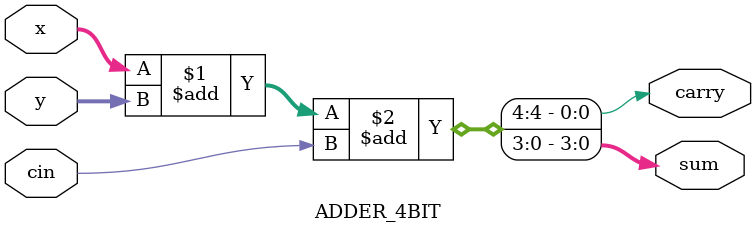
<source format=v>
`timescale 1ns / 1ps


module ADDER_4BIT(sum, carry, x, y, cin);
    input [3: 0] x, y;
    input cin;
    output [3: 0] sum;
    output carry;
    
    assign {carry, sum} = x + y + cin;
    
endmodule

</source>
